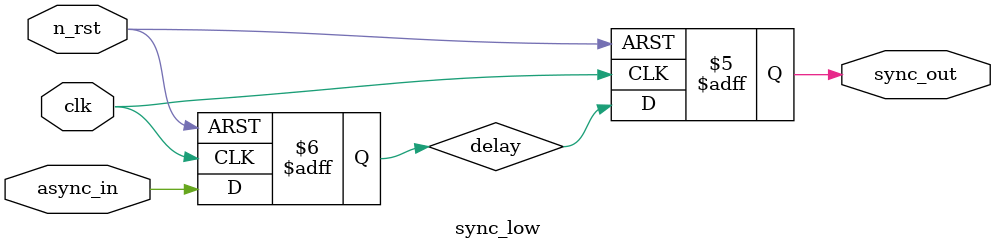
<source format=sv>

module sync_low(input logic clk, n_rst, async_in, output logic sync_out);
    logic delay;

    always_ff @(posedge clk, negedge n_rst)
    begin
        if (n_rst == 1'b0)
            delay <= 1'b0;
        else
            delay <= async_in;
    end

    always_ff @(posedge clk, negedge n_rst)
    begin
        if (n_rst == 1'b0)
            sync_out <= 1'b0;
        else
            sync_out <= delay;
    end

endmodule

</source>
